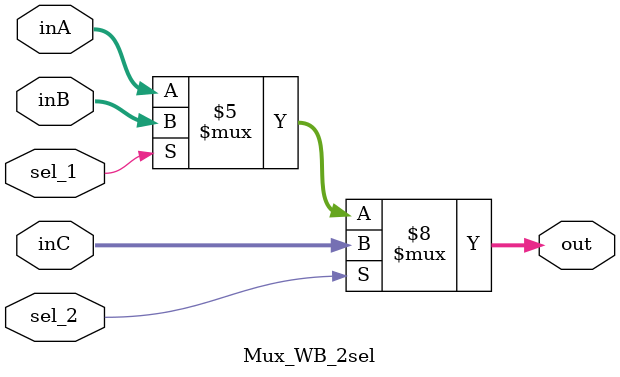
<source format=v>
`timescale 1ns / 1ps


module Mux_WB_2sel(out, inA, inB,inC, sel_1, sel_2);
input [31:0] inA, inB, inC; 
input sel_1, sel_2; 
output reg [31:0] out; 

always@(*) begin 
out <= 0; 
if(sel_2 == 1) begin 
    out <= inC; //1 on the second mux 
end
else if (sel_1 == 1)begin 
    out <= inB; //1 on the first mux 
end
else begin 
out <= inA; //0 first mux 
end 
end


endmodule
</source>
